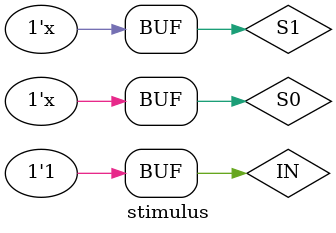
<source format=v>

module demultiplexer1_to_4 (out0, out1, out2, out3, in, s1, s0);  
 
// Port declarations from the I/O diagram
output out0, out1, out2, out3;
reg  out0,  out1,  out2,  out3;
input in;
input s1, s0;



always @(s1 or s0 or in)
case ({s1, s0}) //Switch based on control signals
    2'b00 :  begin  out0 = in;  out1 = 1'bz;  out2 = 1'bz;  out3 = 1'bz; end
    2'b01 :  begin  out0 = 1'bz;  out1 = in;  out2 = 1'bz;  out3 = 1'bz; end
    2'b10 :  begin  out0 = 1'bz;  out1 = 1'bz;  out2 = in;  out3 = 1'bz; end
    2'b11 :  begin  out0 = 1'bz;  out1 = 1'bz;  out2 = 1'bz;  out3 = in; end

    //Account for unknown signals on select. If any select signal is x 
    //then outputs are x. If any select signal is z, outputs are z. If one
    //is x and the other is z, x gets higher priority.
    2'bx0, 2'bx1, 2'bxz, 2'bxx, 2'b0x, 2'b1x, 2'bzx : 
         begin
             	 out0 = 1'bx;  out1 = 1'bx;  out2 = 1'bx;  out3 = 1'bx;
         end
    2'bz0, 2'bz1, 2'bzz, 2'b0z, 2'b1z :   
				 begin 
               out0 = 1'bz;  out1 = 1'bz;  out2 = 1'bz;  out3 = 1'bz;
         end
    default: $display("Unspecified control signals");
endcase 
 
endmodule 
 

module stimulus;
wire OUT0, OUT1, OUT2, OUT3;
reg IN, S1, S0;

//instantiate the decoder
demultiplexer1_to_4 dm0( OUT0, OUT1, OUT2, OUT3,  IN, S1, S0);

initial
$monitor($time,"OUT0 = %b,OUT1= %b,OUT2= %b,OUT3= %b,IN= %b,S1= %b,S0= %b ",
										OUT0, OUT1, OUT2, OUT3,  IN, S1, S0);

initial
begin
	#5	IN = 1;	S1 = 0; S0 = 0;
	#5	IN = 1;	S1 = 0; S0 = 1;
	#5	IN = 1;	S1 = 1; S0 = 0;
	#5	IN = 1;	S1 = 1; S0 = 1;

	#5	IN = 1;	S1 = 1'bx; S0 = 0;
	#5	IN = 1;	S1 = 0; S0 = 1'bx;
	#5	IN = 1;	S1 = 1'bz; S0 = 0;
	#5	IN = 1;	S1 = 0; S0 = 1'bz;

	#5	IN = 1;	S1 = 1'bx; S0 = 1'bz;

end

endmodule
	

</source>
